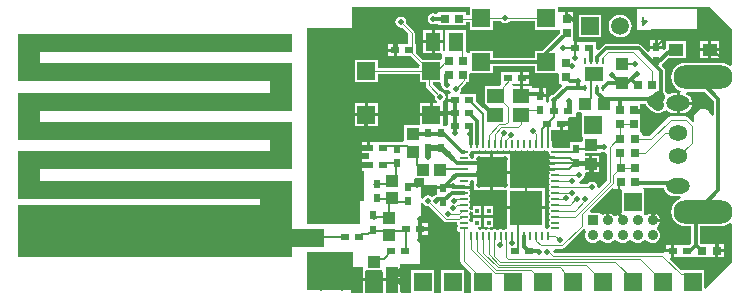
<source format=gbl>
G04 Layer_Physical_Order=4*
G04 Layer_Color=16711680*
%FSLAX25Y25*%
%MOIN*%
G70*
G01*
G75*
%ADD12C,0.00492*%
%ADD13C,0.01181*%
%ADD14C,0.03937*%
%ADD15C,0.00591*%
%ADD17R,0.05906X0.05906*%
%ADD18C,0.03543*%
%ADD19R,0.03543X0.03543*%
%ADD20C,0.05906*%
%ADD21O,0.19685X0.07874*%
%ADD22C,0.00394*%
%ADD23O,0.07874X0.05118*%
%ADD24O,0.06299X0.05118*%
%ADD25C,0.01969*%
%ADD26C,0.03150*%
%ADD43R,0.03150X0.02362*%
%ADD44R,0.03150X0.02756*%
%ADD45R,0.02756X0.03150*%
%ADD46R,0.05118X0.05906*%
%ADD47R,0.02362X0.03150*%
%ADD48R,0.05906X0.05906*%
%ADD49R,0.03937X0.03937*%
%ADD50R,0.03937X0.03937*%
%ADD51R,0.05512X0.04724*%
%ADD52R,0.10906X0.11417*%
%ADD53O,0.02835X0.00984*%
%ADD54O,0.00984X0.02835*%
%ADD55R,0.10315X0.10315*%
%ADD56R,0.01378X0.01378*%
%ADD57R,0.03937X0.04331*%
%ADD58R,0.04331X0.03937*%
%ADD59R,0.00984X0.01969*%
%ADD60R,0.05906X0.04724*%
%ADD61R,0.04921X0.04134*%
%ADD62R,0.04134X0.08661*%
%ADD63R,0.03937X0.04134*%
%ADD64C,0.01969*%
%ADD65C,0.01575*%
%ADD66C,0.00610*%
%ADD67C,0.00787*%
%ADD68R,0.91339X0.05906*%
%ADD69R,0.91339X0.17323*%
%ADD70R,0.14055X0.06299*%
%ADD71R,0.07441X0.06000*%
%ADD72R,0.07441X0.05500*%
%ADD73R,0.10630X0.05000*%
%ADD74R,0.07441X0.07000*%
%ADD75R,0.07441X0.06500*%
%ADD76R,0.15605X0.65818*%
%ADD77R,0.15605X0.12586*%
G36*
X152025Y37199D02*
X152717Y37062D01*
X152785Y37075D01*
X153572Y36434D01*
Y27616D01*
X151177Y25221D01*
X150695Y25396D01*
X150413Y25570D01*
X150291Y26183D01*
X149899Y26769D01*
X149313Y27161D01*
X148622Y27299D01*
X147931Y27161D01*
X147345Y26769D01*
X147205Y26560D01*
X144857D01*
X144406Y27331D01*
X144598Y27644D01*
X145142Y27753D01*
X145729Y28144D01*
X146120Y28730D01*
X146258Y29422D01*
X146214Y29640D01*
X146784Y30428D01*
X147868D01*
Y33184D01*
Y35940D01*
X146494D01*
X146266Y36333D01*
X146494Y36727D01*
X151116D01*
Y36924D01*
X151903Y37281D01*
X152025Y37199D01*
D02*
G37*
G36*
X92848Y26097D02*
X97179D01*
Y25802D01*
X99147D01*
Y24818D01*
X97179D01*
Y22955D01*
X97121D01*
X96583Y22848D01*
X96127Y22543D01*
X96105Y22521D01*
X95348Y22237D01*
X94762Y22628D01*
X94070Y22766D01*
X93379Y22628D01*
X92793Y22237D01*
X92421Y21680D01*
X92362Y21668D01*
X91634Y21845D01*
Y25689D01*
X89272D01*
Y27686D01*
X89288Y28062D01*
X89890Y28459D01*
X92848D01*
Y26097D01*
D02*
G37*
G36*
X156102Y24803D02*
Y24803D01*
X156102Y24803D01*
X158037D01*
X158661Y24409D01*
Y16929D01*
X158661Y16929D01*
X158230Y16863D01*
X157956Y16750D01*
X157607Y16605D01*
X157072Y16195D01*
X156872Y15934D01*
X156718Y15877D01*
X156078D01*
X155923Y15934D01*
X155723Y16195D01*
X155188Y16605D01*
X154566Y16863D01*
X154390Y16886D01*
Y14370D01*
X153405D01*
Y16886D01*
X153230Y16863D01*
X152607Y16605D01*
X152244Y16327D01*
X151665Y16515D01*
X151457Y16680D01*
Y16929D01*
X148287D01*
X147985Y17657D01*
X155416Y25087D01*
X156102Y24803D01*
D02*
G37*
G36*
X195437Y78298D02*
Y66136D01*
X194649Y65748D01*
X194017Y66233D01*
X192867Y66709D01*
X191634Y66872D01*
X179823D01*
X178589Y66709D01*
X177440Y66233D01*
X176453Y65476D01*
X175696Y64489D01*
X175220Y63340D01*
X175058Y62106D01*
X175220Y60873D01*
X175696Y59724D01*
X176453Y58737D01*
X177440Y57980D01*
X178338Y57608D01*
X178182Y56820D01*
X177953D01*
Y53937D01*
X182149D01*
X182099Y54318D01*
X181762Y55133D01*
X181225Y55832D01*
X180526Y56368D01*
X180078Y56554D01*
X180235Y57341D01*
X186341D01*
X189343Y54339D01*
Y49471D01*
X188605Y49294D01*
X188308Y50013D01*
X187834Y50630D01*
X187217Y51103D01*
X186499Y51400D01*
X185728Y51502D01*
X184958Y51400D01*
X184239Y51103D01*
X183622Y50630D01*
X183149Y50013D01*
X182852Y49294D01*
X182750Y48524D01*
X182852Y47753D01*
X182886Y47671D01*
X182218Y47225D01*
X180666Y48777D01*
X180324Y49005D01*
X179921Y49085D01*
X179921Y49085D01*
X174902D01*
X174902Y49085D01*
X174498Y49005D01*
X174156Y48777D01*
X174156Y48777D01*
X167969Y42589D01*
X165813D01*
X165256Y43146D01*
X165256Y43701D01*
X164862Y44325D01*
X164862Y44488D01*
Y48819D01*
X164862D01*
Y48819D01*
X164862Y48819D01*
Y50689D01*
X162697D01*
Y51673D01*
X164862D01*
Y53320D01*
X166629D01*
X166786Y52941D01*
X167227Y52365D01*
X168704Y50889D01*
X169279Y50447D01*
X169950Y50169D01*
X170669Y50075D01*
X171389Y50169D01*
X172059Y50447D01*
X172635Y50889D01*
X172734Y51018D01*
X173688Y51058D01*
X173717Y51042D01*
X174395Y50522D01*
X175209Y50185D01*
X176083Y50069D01*
X176969D01*
Y53445D01*
Y56820D01*
X176083D01*
X175209Y56705D01*
X174610Y56457D01*
X174543Y56447D01*
X173958Y56617D01*
X173652Y56790D01*
X173563Y57006D01*
X173157Y57535D01*
Y64173D01*
X173050Y64711D01*
X172745Y65167D01*
X172146Y65766D01*
Y66419D01*
X174133Y68405D01*
X179921D01*
Y74114D01*
X173425D01*
Y71672D01*
X172873Y71120D01*
X172146Y71421D01*
Y71653D01*
X168209D01*
Y70817D01*
X167421Y70491D01*
X165216Y72696D01*
X164760Y73001D01*
X164222Y73108D01*
X153387D01*
X152849Y73001D01*
X152393Y72696D01*
X150924Y71227D01*
X150197Y71529D01*
Y73721D01*
X143602D01*
Y71752D01*
X142618D01*
Y73846D01*
X142385Y74389D01*
X142385Y74508D01*
Y78326D01*
X142385Y79114D01*
X142385Y79901D01*
Y80984D01*
X140220D01*
Y81476D01*
X139728D01*
Y83838D01*
X138056D01*
X137269Y83842D01*
X137269Y85514D01*
X137991Y85673D01*
X188061D01*
X195437Y78298D01*
D02*
G37*
G36*
X129789Y63467D02*
X137008D01*
X137269Y63467D01*
X137795Y62898D01*
Y59941D01*
X138501D01*
X138828Y59153D01*
X135930Y56256D01*
X135464Y56163D01*
X134878Y55772D01*
X134486Y55186D01*
X134349Y54494D01*
X134430Y54087D01*
X134028Y53395D01*
X134012Y53382D01*
X133399Y53986D01*
Y55526D01*
X131431D01*
Y56018D01*
X130939D01*
Y58381D01*
X129498D01*
X129462Y58381D01*
X128710Y58466D01*
Y59139D01*
X125659D01*
Y55990D01*
X124675D01*
Y59139D01*
X122585D01*
X122120Y59927D01*
X122173Y60023D01*
X124870D01*
Y61992D01*
Y63960D01*
X118276D01*
Y60023D01*
X118276Y60023D01*
X118090Y59409D01*
X118037Y59139D01*
X112962D01*
Y52022D01*
X112235Y51721D01*
X110171Y53785D01*
Y56412D01*
X104926D01*
X104725Y56723D01*
X104583Y57200D01*
X104891Y57660D01*
X105028Y58351D01*
X104975Y58615D01*
X106722Y60361D01*
X106722Y60361D01*
X106825Y60515D01*
X107847D01*
Y62799D01*
X108135Y63467D01*
X108634Y63467D01*
X115615D01*
Y65802D01*
X129789D01*
Y63467D01*
D02*
G37*
G36*
X145374Y49902D02*
X145374Y49803D01*
Y42931D01*
X145374Y42421D01*
X145604Y41729D01*
Y41288D01*
X145210Y40664D01*
X141273D01*
Y38522D01*
X137896D01*
X137895Y38523D01*
X137395Y38622D01*
X136047D01*
X135483Y38810D01*
X135294Y39375D01*
Y40723D01*
X135195Y41222D01*
X135194Y41224D01*
Y44601D01*
X138025D01*
Y46570D01*
X138517D01*
Y47062D01*
X140880D01*
Y48538D01*
X141504Y48932D01*
X143242D01*
Y49993D01*
X143701Y50591D01*
X144029Y50591D01*
X145136D01*
X145374Y49902D01*
D02*
G37*
G36*
X133491Y37668D02*
X133990Y37568D01*
X134240Y37318D01*
X134340Y36818D01*
X134623Y36395D01*
Y36272D01*
X134340Y35848D01*
X134338Y35841D01*
X136470D01*
Y34857D01*
X134338D01*
X134340Y34850D01*
X134623Y34427D01*
Y34303D01*
X134340Y33880D01*
X134338Y33873D01*
X136470D01*
Y32888D01*
X134338D01*
X134340Y32881D01*
X134623Y32458D01*
Y32335D01*
X134340Y31911D01*
X134338Y31904D01*
X136470D01*
Y30920D01*
X134338D01*
X134340Y30913D01*
X134623Y30490D01*
Y30366D01*
X134340Y29943D01*
X134240Y29444D01*
X134340Y28944D01*
X134623Y28521D01*
Y28398D01*
X134340Y27974D01*
X134240Y27475D01*
X134340Y26976D01*
X134623Y26553D01*
Y26429D01*
X134340Y26006D01*
X134240Y25507D01*
X134340Y25007D01*
X134623Y24584D01*
Y24461D01*
X134340Y24037D01*
X134240Y23538D01*
X134340Y23039D01*
X134623Y22616D01*
Y22492D01*
X134340Y22069D01*
X134240Y21570D01*
X134340Y21070D01*
X134623Y20647D01*
Y20524D01*
X134340Y20100D01*
X134240Y19601D01*
X134340Y19102D01*
X134623Y18679D01*
Y18555D01*
X134340Y18132D01*
X134240Y17633D01*
X134340Y17133D01*
X134623Y16710D01*
Y16587D01*
X134340Y16163D01*
X134240Y15664D01*
X134340Y15165D01*
X134623Y14742D01*
Y14618D01*
X134340Y14195D01*
X134240Y13696D01*
X134340Y13196D01*
X134623Y12773D01*
Y12650D01*
X134340Y12226D01*
X134240Y11727D01*
X133507Y11380D01*
X133491Y11377D01*
X133437Y11342D01*
X133257Y11424D01*
X132947Y12121D01*
X132947Y12121D01*
Y18125D01*
X120466D01*
Y12229D01*
X120342Y11863D01*
X120150Y11464D01*
X119711Y11377D01*
X119288Y11095D01*
X119164D01*
X118741Y11377D01*
X118242Y11477D01*
X117743Y11377D01*
X117319Y11095D01*
X117196D01*
X116773Y11377D01*
X116273Y11477D01*
X115774Y11377D01*
X115351Y11095D01*
X115227D01*
X114820Y11366D01*
X114804Y11377D01*
X114804Y11377D01*
X114531Y11441D01*
X114607Y12219D01*
X115781D01*
Y15172D01*
X112829D01*
Y12219D01*
X114002D01*
X114079Y11441D01*
X113806Y11377D01*
X113806Y11377D01*
X113789Y11366D01*
X113382Y11095D01*
X113259D01*
X112836Y11377D01*
X112336Y11477D01*
X111837Y11377D01*
X111414Y11095D01*
X111290D01*
X110867Y11377D01*
X110593Y11432D01*
X110670Y12219D01*
X111844D01*
Y15172D01*
X108891D01*
Y13998D01*
X108104Y13920D01*
X108049Y14195D01*
X107767Y14618D01*
Y14742D01*
X108049Y15165D01*
X108149Y15664D01*
X108049Y16163D01*
X107767Y16587D01*
Y16710D01*
X108039Y17117D01*
X108049Y17133D01*
X108049Y17133D01*
X108113Y17407D01*
X108891Y17330D01*
Y16156D01*
X111844D01*
Y19109D01*
X108891D01*
Y17935D01*
X108113Y17858D01*
X108049Y18132D01*
X108049Y18132D01*
X108039Y18148D01*
X107767Y18555D01*
Y18679D01*
X108049Y19102D01*
X108149Y19601D01*
X108049Y20100D01*
X107767Y20524D01*
Y20647D01*
X108049Y21070D01*
X108149Y21570D01*
X108049Y22069D01*
X107767Y22492D01*
Y22616D01*
X108049Y23039D01*
X108149Y23538D01*
X108049Y24037D01*
X107767Y24461D01*
Y24584D01*
X108049Y25007D01*
X108051Y25014D01*
X105919D01*
Y25999D01*
X108051D01*
X108049Y26006D01*
X107767Y26429D01*
Y26553D01*
X108049Y26976D01*
X108149Y27475D01*
X108127Y27582D01*
X108564Y27884D01*
X109344Y27520D01*
Y24483D01*
X114797D01*
Y30428D01*
Y36373D01*
X109344D01*
Y35304D01*
X108564Y34940D01*
X108127Y35242D01*
X108149Y35349D01*
X108049Y35848D01*
X107767Y36272D01*
Y36395D01*
X108049Y36818D01*
X108053Y36834D01*
X108319Y37398D01*
X108883Y37664D01*
X108899Y37668D01*
X109322Y37950D01*
X109445D01*
X109869Y37668D01*
X110368Y37568D01*
X110867Y37668D01*
X111290Y37950D01*
X111414D01*
X111837Y37668D01*
X112336Y37568D01*
X112836Y37668D01*
X113259Y37950D01*
X113382D01*
X113806Y37668D01*
X114305Y37568D01*
X114804Y37668D01*
X115227Y37950D01*
X115351D01*
X115774Y37668D01*
X116273Y37568D01*
X116773Y37668D01*
X117196Y37950D01*
X117319D01*
X117743Y37668D01*
X118242Y37568D01*
X118741Y37668D01*
X119164Y37950D01*
X119288D01*
X119711Y37668D01*
X120210Y37568D01*
X120710Y37668D01*
X121133Y37950D01*
X121256D01*
X121680Y37668D01*
X122179Y37568D01*
X122678Y37668D01*
X123101Y37950D01*
X123225D01*
X123648Y37668D01*
X124147Y37568D01*
X124647Y37668D01*
X125070Y37950D01*
X125193D01*
X125617Y37668D01*
X126116Y37568D01*
X126615Y37668D01*
X127038Y37950D01*
X127162D01*
X127585Y37668D01*
X128084Y37568D01*
X128584Y37668D01*
X129007Y37950D01*
X129130D01*
X129554Y37668D01*
X130053Y37568D01*
X130552Y37668D01*
X130975Y37950D01*
X131099D01*
X131522Y37668D01*
X132021Y37568D01*
X132521Y37668D01*
X132944Y37950D01*
X133067D01*
X133491Y37668D01*
D02*
G37*
G36*
X108135Y85514D02*
X108135Y84886D01*
Y82726D01*
X106864D01*
Y83837D01*
X102927D01*
X102139Y83837D01*
X101352Y83837D01*
X97415D01*
Y83412D01*
X96627Y83113D01*
X96434Y83242D01*
X95743Y83380D01*
X95052Y83242D01*
X94466Y82851D01*
X94074Y82265D01*
X93937Y81574D01*
X94074Y80882D01*
X94466Y80296D01*
X95052Y79905D01*
X95743Y79767D01*
X96434Y79905D01*
X96627Y80034D01*
X97415Y79735D01*
Y79507D01*
X101352D01*
X102139Y79507D01*
X102927Y79507D01*
X106864D01*
Y80618D01*
X108135D01*
Y78034D01*
X115615D01*
Y80720D01*
X118488D01*
X118574Y80591D01*
X119160Y80200D01*
X119851Y80062D01*
X120543Y80200D01*
X121128Y80591D01*
X121215Y80720D01*
X129789D01*
Y78034D01*
X137267D01*
X138055Y78030D01*
Y76573D01*
X132535Y71054D01*
X132464Y70947D01*
X129789D01*
Y68612D01*
X115615D01*
Y70947D01*
X108135D01*
Y70632D01*
X107969Y70246D01*
X107273Y70056D01*
X106569Y70507D01*
Y77737D01*
X99876D01*
Y71172D01*
X99482Y70948D01*
X99089Y71172D01*
Y73505D01*
X96234D01*
Y70257D01*
X98127D01*
X98793Y69964D01*
X98793Y69526D01*
Y68556D01*
X98236Y67999D01*
X92408D01*
X90158Y70249D01*
Y73130D01*
X89614D01*
Y76948D01*
X89614Y76948D01*
X89534Y77351D01*
X89306Y77693D01*
X89306Y77693D01*
X86772Y80228D01*
X86824Y80491D01*
X86686Y81182D01*
X86295Y81769D01*
X85709Y82160D01*
X85018Y82298D01*
X84326Y82160D01*
X83740Y81769D01*
X83349Y81182D01*
X83211Y80491D01*
X83349Y79800D01*
X83740Y79214D01*
X84326Y78822D01*
X85018Y78685D01*
X85281Y78737D01*
X87507Y76512D01*
Y73130D01*
X83563D01*
Y71161D01*
Y69193D01*
X88234D01*
X91326Y66100D01*
X91204Y65313D01*
X77239D01*
Y67999D01*
X69759D01*
Y60519D01*
X77239D01*
Y63205D01*
X91413D01*
Y60519D01*
X93312D01*
Y59434D01*
X93312Y59434D01*
X93392Y59030D01*
X93621Y58688D01*
X96351Y55958D01*
X96298Y55694D01*
X96436Y55003D01*
X96828Y54417D01*
X97123Y54220D01*
X96884Y53432D01*
X95645D01*
Y50184D01*
X98893D01*
Y53242D01*
X98893Y53432D01*
X99012Y54170D01*
X99382Y54417D01*
X99774Y55003D01*
X99911Y55694D01*
X99774Y56386D01*
X99382Y56972D01*
X98796Y57363D01*
X98105Y57501D01*
X97841Y57448D01*
X95558Y59731D01*
X95754Y60519D01*
X97918D01*
X97926Y60515D01*
X98503Y59731D01*
X98463Y59532D01*
X98601Y58841D01*
X98992Y58255D01*
X99578Y57863D01*
X100270Y57726D01*
X100719Y57815D01*
X101331Y57701D01*
X101690Y57128D01*
X101316Y56412D01*
X100722D01*
Y54936D01*
X103084D01*
Y53952D01*
X100722D01*
Y52869D01*
X100722Y52475D01*
X100722D01*
X100722Y52081D01*
X100722Y52081D01*
Y50605D01*
X103084D01*
Y49621D01*
X100722D01*
Y48538D01*
X100722Y48144D01*
X100722D01*
X100722Y47751D01*
X100722Y47751D01*
Y46406D01*
X100329Y45782D01*
X99610D01*
X98893Y45952D01*
Y49200D01*
X91413D01*
Y46634D01*
X91413Y46176D01*
X90972Y46176D01*
X86155D01*
Y41260D01*
X85728Y40650D01*
X85525Y40650D01*
X81791D01*
X81791Y40650D01*
X81431Y40664D01*
Y40664D01*
X81010Y40664D01*
X76706D01*
Y40664D01*
X76706D01*
X76706Y40664D01*
X74836D01*
Y38696D01*
X74344D01*
Y38203D01*
X71982D01*
Y36727D01*
X74311D01*
Y34941D01*
X71949D01*
Y31004D01*
X72736D01*
Y27589D01*
X72684Y27462D01*
X72565Y26560D01*
X72684Y25658D01*
X72736Y25532D01*
Y20768D01*
X71457D01*
Y13285D01*
X68799D01*
Y85673D01*
X107413D01*
X108135Y85514D01*
D02*
G37*
G36*
X172822Y25012D02*
X173160Y24198D01*
X173696Y23499D01*
X174395Y22963D01*
X175209Y22625D01*
X176083Y22511D01*
X178182D01*
X178338Y21723D01*
X177440Y21351D01*
X176453Y20594D01*
X175696Y19607D01*
X175220Y18458D01*
X175058Y17224D01*
X175220Y15991D01*
X175696Y14842D01*
X176453Y13855D01*
X177440Y13098D01*
X178589Y12622D01*
X179823Y12459D01*
X181863D01*
Y6783D01*
X181379Y6299D01*
X176083D01*
Y4331D01*
Y2362D01*
X182463D01*
X183169Y2165D01*
X183169Y2165D01*
X183169Y2165D01*
X187106D01*
X187894Y2165D01*
X188681Y2165D01*
X189764D01*
Y4331D01*
Y6496D01*
X188681D01*
X187894Y6496D01*
X187106Y6496D01*
X184959D01*
X184673Y6783D01*
Y12459D01*
X191634D01*
X192867Y12622D01*
X194017Y13098D01*
X194649Y13583D01*
X195437Y13195D01*
Y442D01*
X186692Y-8302D01*
X185965Y-8001D01*
Y-2224D01*
X178518D01*
X174659Y1635D01*
X174960Y2362D01*
X175098D01*
Y3839D01*
X172850D01*
X172724Y3745D01*
X172516Y3646D01*
X172441Y3645D01*
X172155Y3701D01*
X172155Y3701D01*
X136199D01*
X135732Y4346D01*
X136221Y4997D01*
X138670D01*
X138670Y4997D01*
X139074Y5078D01*
X139415Y5306D01*
X145659Y11550D01*
X146030Y11692D01*
X146364Y11531D01*
X146662Y10661D01*
X146405Y10038D01*
X146317Y9370D01*
X146405Y8702D01*
X146662Y8079D01*
X147073Y7545D01*
X147607Y7135D01*
X148230Y6877D01*
X148898Y6789D01*
X149566Y6877D01*
X150188Y7135D01*
X150723Y7545D01*
X150923Y7806D01*
X151078Y7863D01*
X151717D01*
X151872Y7806D01*
X152073Y7545D01*
X152607Y7135D01*
X153230Y6877D01*
X153898Y6789D01*
X154566Y6877D01*
X155188Y7135D01*
X155723Y7545D01*
X155923Y7806D01*
X156078Y7863D01*
X156718D01*
X156872Y7806D01*
X157072Y7545D01*
X157607Y7135D01*
X158230Y6877D01*
X158898Y6789D01*
X159566Y6877D01*
X160188Y7135D01*
X160723Y7545D01*
X160923Y7806D01*
X161078Y7863D01*
X161717D01*
X161872Y7806D01*
X162073Y7545D01*
X162607Y7135D01*
X163230Y6877D01*
X163898Y6789D01*
X164566Y6877D01*
X165188Y7135D01*
X165723Y7545D01*
X165923Y7806D01*
X166078Y7863D01*
X166718D01*
X166872Y7806D01*
X167072Y7545D01*
X167607Y7135D01*
X168230Y6877D01*
X168898Y6789D01*
X169566Y6877D01*
X170188Y7135D01*
X170723Y7545D01*
X171133Y8079D01*
X171391Y8702D01*
X171479Y9370D01*
X171391Y10038D01*
X171133Y10661D01*
X170723Y11195D01*
X170461Y11396D01*
X170404Y11550D01*
Y12190D01*
X170461Y12344D01*
X170723Y12545D01*
X171133Y13080D01*
X171391Y13702D01*
X171414Y13878D01*
X168898D01*
Y14370D01*
X168405D01*
Y16886D01*
X168230Y16863D01*
X167607Y16605D01*
X167072Y16195D01*
X166538Y16104D01*
X166175Y16144D01*
X166170Y16153D01*
X166142Y16929D01*
X166142D01*
Y24409D01*
X166142D01*
X165679Y25154D01*
X165740Y25367D01*
X172776D01*
X172822Y25012D01*
D02*
G37*
G36*
X92421Y20238D02*
X92793Y19682D01*
X93379Y19290D01*
X94070Y19153D01*
X94215Y19182D01*
X99280Y14117D01*
X99280Y14117D01*
X99621Y13889D01*
X100025Y13808D01*
X103597D01*
X103689Y13696D01*
X103789Y13196D01*
X104071Y12773D01*
Y12650D01*
X103789Y12226D01*
X103689Y11727D01*
X103789Y11228D01*
X104071Y10805D01*
X104495Y10522D01*
X104865Y10448D01*
Y833D01*
X104865Y833D01*
X104946Y430D01*
X105174Y88D01*
X108484Y-3223D01*
Y-9705D01*
X107698Y-9708D01*
X106751D01*
X105965Y-9705D01*
X105965Y-8921D01*
Y-2224D01*
X98484D01*
Y-8921D01*
X98484Y-9705D01*
X97698Y-9708D01*
X96750D01*
X95965Y-9705D01*
X95965Y-8921D01*
Y-2224D01*
X88484D01*
Y-8921D01*
X88484Y-9705D01*
X87698Y-9708D01*
X85301D01*
X84744Y-9151D01*
Y-5906D01*
X79035D01*
Y-9708D01*
X73130D01*
Y-5906D01*
X70276D01*
Y-4921D01*
X73130D01*
Y-2970D01*
X73327Y-2264D01*
X78839D01*
X79035Y-2970D01*
Y-4921D01*
X84744D01*
Y-295D01*
X85491Y-198D01*
X91219D01*
Y7087D01*
X91535D01*
Y9449D01*
X93898D01*
Y13386D01*
X91535D01*
Y15748D01*
X91536Y15748D01*
X91634Y16240D01*
X91634Y16240D01*
X91634Y16495D01*
Y20074D01*
X92362Y20251D01*
X92421Y20238D01*
D02*
G37*
%LPC*%
G36*
X77239Y49200D02*
X73991D01*
Y45952D01*
X77239D01*
Y49200D01*
D02*
G37*
G36*
X192618Y3839D02*
X190748D01*
Y2165D01*
X192618D01*
Y3839D01*
D02*
G37*
G36*
X175098Y6299D02*
X173228D01*
Y4823D01*
X175098D01*
Y6299D01*
D02*
G37*
G36*
X140880Y46077D02*
X139010D01*
Y44601D01*
X140880D01*
Y46077D01*
D02*
G37*
G36*
X73007Y49200D02*
X69759D01*
Y45952D01*
X73007D01*
Y49200D01*
D02*
G37*
G36*
X73852Y40664D02*
X71982D01*
Y39188D01*
X73852D01*
Y40664D01*
D02*
G37*
G36*
X121234Y29936D02*
X115781D01*
Y24483D01*
X120466D01*
Y19109D01*
X126214D01*
Y25113D01*
X121234D01*
Y29936D01*
D02*
G37*
G36*
X132947Y25113D02*
X127199D01*
Y19109D01*
X132947D01*
Y25113D01*
D02*
G37*
G36*
X169390Y16886D02*
Y14862D01*
X171414D01*
X171391Y15038D01*
X171133Y15661D01*
X170723Y16195D01*
X170188Y16605D01*
X169566Y16863D01*
X169390Y16886D01*
D02*
G37*
G36*
X115781Y19109D02*
X112829D01*
Y16156D01*
X115781D01*
Y19109D01*
D02*
G37*
G36*
X121234Y36373D02*
X115781D01*
Y30920D01*
X121234D01*
Y36373D01*
D02*
G37*
G36*
X151116Y35940D02*
X148852D01*
Y33676D01*
X151116D01*
Y35940D01*
D02*
G37*
G36*
X190748Y6496D02*
Y4823D01*
X192618D01*
Y6496D01*
X190748D01*
D02*
G37*
G36*
X151116Y32692D02*
X148852D01*
Y30428D01*
X151116D01*
Y32692D01*
D02*
G37*
G36*
X182149Y52953D02*
X177953D01*
Y50069D01*
X178839D01*
X179712Y50185D01*
X180526Y50522D01*
X181225Y51058D01*
X181762Y51757D01*
X182099Y52571D01*
X182149Y52953D01*
D02*
G37*
G36*
X172146Y74508D02*
X170669D01*
Y72638D01*
X172146D01*
Y74508D01*
D02*
G37*
G36*
X95250Y77737D02*
X92396D01*
Y74489D01*
X95250D01*
Y77737D01*
D02*
G37*
G36*
X169685Y74508D02*
X168209D01*
Y72638D01*
X169685D01*
Y74508D01*
D02*
G37*
G36*
X187402Y74114D02*
X184646D01*
Y71752D01*
X187402D01*
Y74114D01*
D02*
G37*
G36*
X191142D02*
X188386D01*
Y71752D01*
X191142D01*
Y74114D01*
D02*
G37*
G36*
X163579Y84883D02*
Y78645D01*
X163579Y78190D01*
X163908Y77994D01*
X163908Y77994D01*
X164286Y77994D01*
X168500D01*
Y78190D01*
X183658Y78190D01*
Y84883D01*
X163579Y84883D01*
D02*
G37*
G36*
X140712Y83838D02*
Y81968D01*
X142385D01*
Y83838D01*
X140712D01*
D02*
G37*
G36*
X151869Y82952D02*
X144389D01*
Y75472D01*
X151869D01*
Y82952D01*
D02*
G37*
G36*
X99089Y77737D02*
X96234D01*
Y74489D01*
X99089D01*
Y77737D01*
D02*
G37*
G36*
X158129Y82984D02*
X157152Y82856D01*
X156243Y82479D01*
X155461Y81880D01*
X154862Y81098D01*
X154485Y80188D01*
X154356Y79212D01*
X154485Y78236D01*
X154862Y77326D01*
X155461Y76544D01*
X156243Y75945D01*
X157152Y75568D01*
X158129Y75440D01*
X159105Y75568D01*
X160015Y75945D01*
X160796Y76544D01*
X161396Y77326D01*
X161773Y78236D01*
X161901Y79212D01*
X161773Y80188D01*
X161396Y81098D01*
X160796Y81880D01*
X160015Y82479D01*
X159105Y82856D01*
X158129Y82984D01*
D02*
G37*
G36*
X82579Y73130D02*
X80709D01*
Y71653D01*
X82579D01*
Y73130D01*
D02*
G37*
G36*
X131923Y58381D02*
Y56511D01*
X133399D01*
Y58381D01*
X131923D01*
D02*
G37*
G36*
X127724Y61500D02*
X125854D01*
Y60023D01*
X127724D01*
Y61500D01*
D02*
G37*
G36*
X94661Y53432D02*
X91413D01*
Y50184D01*
X94661D01*
Y53432D01*
D02*
G37*
G36*
X73007Y53432D02*
X69759D01*
Y50184D01*
X73007D01*
Y53432D01*
D02*
G37*
G36*
X77239D02*
X73991D01*
Y50184D01*
X77239D01*
Y53432D01*
D02*
G37*
G36*
X82579Y70669D02*
X80709D01*
Y69193D01*
X82579D01*
Y70669D01*
D02*
G37*
G36*
X95250Y73505D02*
X92396D01*
Y70257D01*
X95250D01*
Y73505D01*
D02*
G37*
G36*
X191142Y70768D02*
X188386D01*
Y68405D01*
X191142D01*
Y70768D01*
D02*
G37*
G36*
X127724Y63960D02*
X125854D01*
Y62484D01*
X127724D01*
Y63960D01*
D02*
G37*
G36*
X187402Y70768D02*
X184646D01*
Y68405D01*
X187402D01*
Y70768D01*
D02*
G37*
%LPD*%
D12*
X154626Y27179D02*
Y38878D01*
X144291Y16845D02*
X154626Y27179D01*
X144291Y16746D02*
Y16845D01*
X143209Y15664D02*
X144291Y16746D01*
X155709Y26870D02*
Y29429D01*
X145276Y16437D02*
X155709Y26870D01*
X145276Y12656D02*
Y16437D01*
X138670Y6051D02*
X145276Y12656D01*
X133858Y4035D02*
X134252D01*
X135640Y2648D01*
X131547Y6051D02*
X138670D01*
X179705Y-3445D02*
X182224Y-5965D01*
X178248Y-3445D02*
X179705D01*
X172155Y2648D02*
X178248Y-3445D01*
X135640Y2648D02*
X172155D01*
X122179Y6825D02*
Y9247D01*
X120210Y2067D02*
Y9247D01*
Y2067D02*
X120614Y1663D01*
X164596D02*
X172224Y-5965D01*
X128533Y-2274D02*
X132224Y-5965D01*
X116875Y-2274D02*
X128533D01*
X137903Y-1289D02*
X139764Y-3150D01*
X117305Y-1289D02*
X137903D01*
X146565Y-305D02*
X152224Y-5965D01*
X117712Y-305D02*
X146565D01*
X156407Y679D02*
X162323Y-5236D01*
X118120Y679D02*
X156407D01*
X120614Y1663D02*
X164596D01*
X116507Y-3297D02*
X120750D01*
X114305Y3102D02*
X117712Y-305D01*
X112336Y3679D02*
X117305Y-1289D01*
X110368Y4233D02*
X116875Y-2274D01*
X116191Y2608D02*
X118120Y679D01*
X112336Y3679D02*
Y9247D01*
X114305Y3102D02*
Y9247D01*
X116191Y2608D02*
Y9164D01*
X108399Y4810D02*
X116507Y-3297D01*
X108399Y4810D02*
Y9247D01*
X110368Y4233D02*
Y9247D01*
X119505Y-5965D02*
X122224D01*
X116191Y9164D02*
X116273Y9247D01*
X105919Y833D02*
X112323Y-5571D01*
X105919Y833D02*
Y11727D01*
X100689Y16634D02*
X104224D01*
X105222Y17633D01*
X105919D01*
X94070Y20817D02*
X100025Y14862D01*
X94070Y20817D02*
Y20959D01*
X104420Y14862D02*
X105222Y15664D01*
X100025Y14862D02*
X104420D01*
X105222Y15664D02*
X105919D01*
X102397Y18348D02*
Y18406D01*
Y18348D02*
X102437Y18308D01*
X103730Y19601D02*
X105919D01*
X102437Y18308D02*
X103730Y19601D01*
X102559Y20866D02*
X103262Y21570D01*
X105919D01*
X88561Y70356D02*
Y76948D01*
X85018Y80491D02*
X88561Y76948D01*
X142006Y27475D02*
X142090Y27559D01*
X136470Y27475D02*
X142006D01*
X136470Y29444D02*
X144429D01*
X144451Y29422D01*
X95153Y64357D02*
X96927D01*
X94366Y59434D02*
Y64259D01*
X94658D02*
X95153D01*
X94366D02*
X94658D01*
X73499D02*
X94366D01*
X73499Y64259D02*
X73499Y64259D01*
X88561Y70356D02*
X94658Y64259D01*
X133529Y81774D02*
X133529Y81774D01*
X111875Y81774D02*
X133529D01*
X111773Y81672D02*
X111875Y81774D01*
X104501Y81672D02*
X111773D01*
X105288Y67109D02*
Y71931D01*
X103223Y73997D02*
X105288Y71931D01*
X94366Y59434D02*
X98105Y55694D01*
X96927Y64357D02*
X100171Y67601D01*
X103222Y58351D02*
X105977Y61106D01*
X120604Y47198D02*
Y52278D01*
X119851Y46445D02*
X120604Y47198D01*
X117723Y46445D02*
X119851D01*
X124023Y45461D02*
X125132Y46570D01*
X118492Y45461D02*
X124023D01*
X116273Y43242D02*
X118492Y45461D01*
X114305Y43026D02*
X117723Y46445D01*
X119064Y53818D02*
Y59006D01*
X121541Y61483D01*
X119064Y53818D02*
X120604Y52278D01*
X105977Y61106D02*
Y62385D01*
X130053Y7546D02*
X131547Y6051D01*
X136484Y9247D02*
X137957Y7774D01*
X136470Y15664D02*
X143209D01*
X133990Y9247D02*
X136484D01*
X136584Y23623D02*
X142133D01*
X136485Y23524D02*
X136584Y23623D01*
X141437Y19685D02*
X143799Y22047D01*
X146365Y21064D02*
Y21556D01*
X142920Y17618D02*
X146365Y21064D01*
X136485Y17618D02*
X142920D01*
X137569Y19685D02*
X141437D01*
X136470Y21570D02*
X140157D01*
X136470Y17633D02*
X136485Y17618D01*
X136470Y25507D02*
X148608D01*
X148622Y25492D01*
X136470Y23538D02*
X136485Y23524D01*
X137568Y19686D02*
X137569Y19685D01*
X154626Y38878D02*
X157480Y41732D01*
X118242Y39798D02*
Y42356D01*
X119291Y43406D01*
X162500Y70374D02*
X168602Y64272D01*
Y60138D02*
Y64272D01*
Y60138D02*
X169193Y59547D01*
X153937Y70374D02*
X162500D01*
X152362Y68799D02*
X153937Y70374D01*
X152362Y67618D02*
Y68799D01*
X158169Y31890D02*
X162795D01*
X158169Y36811D02*
X158169Y36811D01*
Y31890D02*
Y36811D01*
X118242Y5708D02*
Y9247D01*
X130053Y7546D02*
Y9247D01*
X136470Y27475D02*
X136485Y27461D01*
X116273Y39798D02*
Y43242D01*
X120210Y39798D02*
Y41175D01*
X121850Y42815D01*
X128937Y44291D02*
X130053Y43176D01*
Y39798D02*
Y43176D01*
X114305Y39798D02*
Y43026D01*
X125132Y46570D02*
Y50113D01*
X126313Y51294D02*
X131431D01*
X125132Y50113D02*
X126313Y51294D01*
X136485Y27461D02*
X136486Y27462D01*
X158071Y41634D02*
Y46457D01*
X162795D01*
X155709Y29429D02*
X158169Y31890D01*
X117913Y6036D02*
Y6168D01*
Y6036D02*
X118242Y5708D01*
X162894Y36811D02*
X166240D01*
X173031Y43602D01*
X177461D01*
Y35728D02*
X182087Y40354D01*
X179921Y48031D02*
X182087Y45866D01*
Y40354D02*
Y45866D01*
X162894Y41535D02*
X168405D01*
X174902Y48031D01*
X179921D01*
D13*
X99344Y25507D02*
X99626Y25789D01*
X102466D01*
X157382Y16831D02*
X158898Y15315D01*
Y14370D02*
Y15315D01*
X96727Y20762D02*
Y21156D01*
X97121Y21550D01*
X102002Y23440D02*
X105821D01*
X141203Y82459D02*
X142680Y80983D01*
Y81180D01*
X95153Y49692D02*
X95574Y50113D01*
X99443D01*
X73013Y45264D02*
X73499Y45750D01*
Y49692D01*
X140220Y81476D02*
X141203Y82459D01*
X99679Y81574D02*
X99777Y81672D01*
X95743Y81574D02*
X99679D01*
X111875Y67207D02*
X133529D01*
Y70060D01*
X140220Y76751D01*
X87789Y26174D02*
X90528D01*
X82461Y-4330D02*
X84921Y-6790D01*
X86198D01*
X83149Y-3641D02*
X86198D01*
X83149D02*
X85610Y-1181D01*
X86198D01*
X95347Y11417D02*
X95350Y11414D01*
X91535Y11417D02*
X95347D01*
X91414Y14957D02*
X91535Y14835D01*
Y11417D02*
Y14835D01*
X91217Y11099D02*
X91535Y11417D01*
X91217Y7774D02*
Y11099D01*
X100171Y59630D02*
X100270Y59532D01*
X100171Y59630D02*
Y62877D01*
X131561Y56186D02*
Y60713D01*
X129956Y62318D02*
X131561Y60713D01*
X125952Y62318D02*
X129956D01*
X131431Y56018D02*
X132074Y56860D01*
X111549Y53755D02*
X111586Y53791D01*
X99443Y50113D02*
X103084D01*
Y43518D02*
Y50113D01*
X97121Y21550D02*
X99021D01*
X99541Y21176D02*
X102002Y23440D01*
X127657Y4134D02*
X130674D01*
X131069Y3739D01*
X126116Y5675D02*
X127657Y4134D01*
X126116Y5675D02*
Y9247D01*
X180315Y4331D02*
X181398D01*
X183268Y6201D01*
X184547Y4921D01*
X183268Y6201D02*
Y17126D01*
X183563Y17224D02*
X190748Y24409D01*
X162992Y27165D02*
X163681D01*
X170472Y66732D02*
X175000Y71260D01*
X176673D01*
X190748Y24409D02*
Y54921D01*
X183563Y62106D02*
X190748Y54921D01*
X150394Y68710D02*
X153387Y71703D01*
X164222D01*
X150394Y67618D02*
Y68710D01*
X161811Y61516D02*
X163583Y63287D01*
X159744Y59449D02*
X161811Y61516D01*
X163779Y59547D01*
X164469D01*
X159055Y59449D02*
X159744D01*
X140224Y58563D02*
X144587D01*
X136155Y54494D02*
X140224Y58563D01*
X144587D02*
X146457D01*
X153937Y60138D02*
X158169D01*
X158957D01*
X155512Y62795D02*
X158169Y60138D01*
X147835Y71752D02*
X148425Y71161D01*
Y67618D02*
Y71161D01*
X150394Y56890D02*
X152559Y54724D01*
X150394Y56890D02*
Y58563D01*
X152362D02*
X153937Y60138D01*
X99344Y25507D02*
X103281Y29444D01*
X136155Y50900D02*
Y54494D01*
X105447Y37318D02*
X105919D01*
X99541Y43223D02*
X105447Y37318D01*
X103773Y33381D02*
X105919D01*
X103281Y29444D02*
X105919D01*
X99147Y25310D02*
X99344Y25507D01*
X112336Y33381D02*
X115289Y30428D01*
X114305Y29444D02*
X115289Y30428D01*
X105821Y23440D02*
X105919Y23538D01*
X107809Y45782D02*
X108399Y45192D01*
X103084Y50113D02*
X103084D01*
X103084D02*
Y54444D01*
X107809Y50113D02*
X110466Y47455D01*
X110368Y39798D02*
X110466Y39896D01*
Y47455D01*
X124344Y57200D02*
X125132Y56412D01*
X131037D01*
X131431Y56018D01*
X115191Y50113D02*
X116470D01*
X111549Y53755D02*
X115191Y50113D01*
X108399Y39798D02*
Y45192D01*
X102466Y25507D02*
X105919D01*
X101017Y36136D02*
X103773Y33381D01*
X105919Y29444D02*
X114305D01*
X105919Y33381D02*
X112336D01*
X143898Y59252D02*
X144587Y58563D01*
X143898Y59252D02*
Y61024D01*
X141240D02*
X143898D01*
X139961Y62303D02*
X141240Y61024D01*
X157972Y51181D02*
Y51378D01*
X157972Y51378D01*
Y54724D01*
X88911Y43223D02*
X99541D01*
X148975Y38868D02*
X152717D01*
X148360Y39483D02*
X148975Y38868D01*
X164222Y71703D02*
X171752Y64173D01*
X152559Y54724D02*
X157972D01*
X171752Y56988D02*
Y64173D01*
X157382Y16831D02*
Y19094D01*
X163386Y26772D02*
X176891D01*
X177657Y26005D01*
X170768Y56004D02*
X171752Y56988D01*
X157972Y54724D02*
X168898D01*
D14*
X169193Y54331D02*
X169870D01*
X169193D02*
X170669Y52854D01*
X169870Y54331D02*
X171155Y55616D01*
D15*
X165745Y82127D02*
Y79372D01*
X167123Y80749D01*
X165286D01*
D17*
X142224Y-5965D02*
D03*
X132224D02*
D03*
X162224D02*
D03*
X152224D02*
D03*
X122224D02*
D03*
X112224D02*
D03*
X102224D02*
D03*
X92224D02*
D03*
X162402Y20669D02*
D03*
X182224Y-5965D02*
D03*
X172224D02*
D03*
X149114Y46161D02*
D03*
X148129Y79212D02*
D03*
D18*
X168898Y14370D02*
D03*
X163898D02*
D03*
X158898D02*
D03*
X153898D02*
D03*
X148898Y9370D02*
D03*
X153898D02*
D03*
X158898D02*
D03*
X163898D02*
D03*
X168898D02*
D03*
D19*
X148898Y14370D02*
D03*
D20*
X158129Y79212D02*
D03*
D21*
X185728Y62106D02*
D03*
Y17224D02*
D03*
D22*
Y48524D02*
D03*
Y30807D02*
D03*
D23*
X177461Y25886D02*
D03*
Y53445D02*
D03*
D24*
Y35728D02*
D03*
Y43602D02*
D03*
D25*
X102466Y25789D02*
D03*
X133858Y4035D02*
D03*
X122146Y6791D02*
D03*
X103084Y43518D02*
D03*
X102397Y18406D02*
D03*
X100689Y16634D02*
D03*
X102559Y20866D02*
D03*
X96727Y20762D02*
D03*
X85018Y80491D02*
D03*
X141794Y46740D02*
D03*
X142188Y65731D02*
D03*
X142680Y81180D02*
D03*
X144451Y29422D02*
D03*
X142090Y27552D02*
D03*
X94070Y20959D02*
D03*
X73013Y45264D02*
D03*
X119851Y81869D02*
D03*
X95743Y81574D02*
D03*
X90528Y26174D02*
D03*
X86198Y-1181D02*
D03*
Y-3641D02*
D03*
Y-6790D02*
D03*
X91217Y7774D02*
D03*
X95350Y11414D02*
D03*
X91414Y14957D02*
D03*
X103222Y58351D02*
D03*
X100270Y59532D02*
D03*
X98105Y55694D02*
D03*
X131561Y60713D02*
D03*
X111586Y53791D02*
D03*
X99443Y50113D02*
D03*
X94029Y35546D02*
D03*
X83345Y74587D02*
D03*
X131069Y3739D02*
D03*
X137957Y7774D02*
D03*
X142133Y23623D02*
D03*
X143602Y21555D02*
D03*
X140157Y21752D02*
D03*
X146365Y21556D02*
D03*
X148622Y25492D02*
D03*
X148360Y28262D02*
D03*
X157382Y19094D02*
D03*
X157677Y24016D02*
D03*
X143110Y68602D02*
D03*
X69488Y32874D02*
D03*
X175591Y8366D02*
D03*
X190650Y7972D02*
D03*
X172933Y74705D02*
D03*
X192028Y68209D02*
D03*
X119291Y43406D02*
D03*
X121850Y42815D02*
D03*
X163189Y66535D02*
D03*
X155512Y62795D02*
D03*
X163583Y63287D02*
D03*
X169685Y17323D02*
D03*
X119620Y34759D02*
D03*
X115289D02*
D03*
X110958D02*
D03*
X119620Y30428D02*
D03*
X115289D02*
D03*
X110958Y30428D02*
D03*
X119620Y26097D02*
D03*
X115289D02*
D03*
X110958D02*
D03*
X131037Y22948D02*
D03*
X126706D02*
D03*
X122376D02*
D03*
X131037Y18617D02*
D03*
X126706D02*
D03*
X122376D02*
D03*
X131037Y14286D02*
D03*
X126706D02*
D03*
X122376D02*
D03*
X128937Y44291D02*
D03*
X136155Y54494D02*
D03*
X101903Y35251D02*
D03*
X102592Y28853D02*
D03*
X141077Y54050D02*
D03*
X152789Y33184D02*
D03*
X108006Y43125D02*
D03*
X143898Y61024D02*
D03*
X138976Y71752D02*
D03*
X151378Y63090D02*
D03*
X147441D02*
D03*
X117913Y6168D02*
D03*
X68799Y38780D02*
D03*
X152717Y38868D02*
D03*
X165453Y50098D02*
D03*
X168898Y54331D02*
D03*
X170669Y52854D02*
D03*
X171155Y55616D02*
D03*
X74344Y41648D02*
D03*
X100886Y1870D02*
D03*
D26*
X65339Y-477D02*
D03*
X58253D02*
D03*
Y-7563D02*
D03*
X65339D02*
D03*
Y18067D02*
D03*
X58253D02*
D03*
Y25153D02*
D03*
Y32240D02*
D03*
Y39327D02*
D03*
Y46413D02*
D03*
Y53500D02*
D03*
Y60586D02*
D03*
Y67673D02*
D03*
Y74760D02*
D03*
X65339Y25153D02*
D03*
Y32240D02*
D03*
Y39327D02*
D03*
Y46413D02*
D03*
Y53500D02*
D03*
Y60586D02*
D03*
Y67673D02*
D03*
Y74760D02*
D03*
D43*
X86494Y4133D02*
D03*
X81770D02*
D03*
X83071Y71161D02*
D03*
X87795D02*
D03*
X180315Y4331D02*
D03*
X175591D02*
D03*
X127657Y4134D02*
D03*
X122933D02*
D03*
X107809Y45782D02*
D03*
X103084D02*
D03*
X86811Y11417D02*
D03*
X91535D02*
D03*
X74311Y32972D02*
D03*
X79035D02*
D03*
X79069Y38696D02*
D03*
X74344D02*
D03*
X66321Y8954D02*
D03*
X71045D02*
D03*
X107809Y54444D02*
D03*
X103084D02*
D03*
X107809Y50113D02*
D03*
X103084D02*
D03*
X120638Y61992D02*
D03*
X125362D02*
D03*
X136155Y50900D02*
D03*
X140880D02*
D03*
X133793Y46570D02*
D03*
X138517D02*
D03*
X143110Y71752D02*
D03*
X147835D02*
D03*
D44*
X99777Y81672D02*
D03*
X104501D02*
D03*
X190256Y4331D02*
D03*
X185531D02*
D03*
X162894Y41535D02*
D03*
X158169D02*
D03*
X162894Y36811D02*
D03*
X158169D02*
D03*
X164075Y59547D02*
D03*
X168799D02*
D03*
D45*
X140220Y76751D02*
D03*
Y81476D02*
D03*
X105682Y67601D02*
D03*
Y62877D02*
D03*
X162697Y46457D02*
D03*
Y51181D02*
D03*
X157972Y51181D02*
D03*
Y46457D02*
D03*
X100958Y67601D02*
D03*
Y62877D02*
D03*
X139961Y67027D02*
D03*
Y62303D02*
D03*
X162992Y27165D02*
D03*
Y31890D02*
D03*
X158268Y31890D02*
D03*
Y27165D02*
D03*
D46*
X103223Y73997D02*
D03*
X95742D02*
D03*
D47*
X170177Y67421D02*
D03*
Y72146D02*
D03*
X87303Y20965D02*
D03*
Y25689D02*
D03*
X83760Y38287D02*
D03*
Y33563D02*
D03*
X75787Y16043D02*
D03*
Y11319D02*
D03*
X77067Y26575D02*
D03*
Y21850D02*
D03*
X94029Y43420D02*
D03*
Y38696D02*
D03*
X98360Y43420D02*
D03*
Y38696D02*
D03*
X99147Y20585D02*
D03*
Y25310D02*
D03*
X131431Y51294D02*
D03*
Y56018D02*
D03*
X143242Y38302D02*
D03*
Y33577D02*
D03*
D48*
X133529Y67207D02*
D03*
Y81774D02*
D03*
X111875Y67207D02*
D03*
X111875Y81774D02*
D03*
X95153Y49692D02*
D03*
Y64259D02*
D03*
X73499Y49692D02*
D03*
X73499Y64259D02*
D03*
D49*
X158563Y60138D02*
D03*
Y66437D02*
D03*
X148360Y33184D02*
D03*
Y39483D02*
D03*
X56292Y8437D02*
D03*
X61792Y21937D02*
D03*
Y-3563D02*
D03*
D50*
X152756Y53347D02*
D03*
X146457D02*
D03*
D51*
X116506Y49690D02*
D03*
X125167Y55990D02*
D03*
X125167Y49690D02*
D03*
X116506Y55990D02*
D03*
D52*
X126706Y18617D02*
D03*
D53*
X136470Y37318D02*
D03*
Y35349D02*
D03*
Y33381D02*
D03*
Y31412D02*
D03*
Y29444D02*
D03*
Y27475D02*
D03*
Y25507D02*
D03*
Y23538D02*
D03*
Y21570D02*
D03*
Y19601D02*
D03*
Y17633D02*
D03*
Y15664D02*
D03*
Y13696D02*
D03*
Y11727D02*
D03*
X105919D02*
D03*
Y13696D02*
D03*
Y15664D02*
D03*
Y17633D02*
D03*
Y19601D02*
D03*
Y21570D02*
D03*
Y23538D02*
D03*
Y25507D02*
D03*
Y27475D02*
D03*
Y29444D02*
D03*
Y31412D02*
D03*
Y33381D02*
D03*
Y35349D02*
D03*
Y37318D02*
D03*
D54*
X133990Y9247D02*
D03*
X132021D02*
D03*
X130053D02*
D03*
X128084D02*
D03*
X126116D02*
D03*
X124147D02*
D03*
X122179D02*
D03*
X120210D02*
D03*
X118242D02*
D03*
X116273D02*
D03*
X114305D02*
D03*
X112336D02*
D03*
X110368D02*
D03*
X108399D02*
D03*
Y39798D02*
D03*
X110368D02*
D03*
X112336D02*
D03*
X114305D02*
D03*
X116273D02*
D03*
X118242D02*
D03*
X120210D02*
D03*
X122179D02*
D03*
X124147D02*
D03*
X126116D02*
D03*
X128084D02*
D03*
X130053D02*
D03*
X132021D02*
D03*
X133990D02*
D03*
D55*
X115289Y30428D02*
D03*
D56*
X114305Y17633D02*
D03*
X110368D02*
D03*
X114305Y13696D02*
D03*
X110368D02*
D03*
D57*
X81168Y15340D02*
D03*
Y9434D02*
D03*
X82185Y27657D02*
D03*
Y21752D02*
D03*
X88911Y43223D02*
D03*
Y37318D02*
D03*
D58*
X98163Y31215D02*
D03*
X92258D02*
D03*
D59*
X152362Y58563D02*
D03*
X150394D02*
D03*
X148425D02*
D03*
X146457D02*
D03*
Y67618D02*
D03*
X148425Y67618D02*
D03*
X150394D02*
D03*
X152362D02*
D03*
D60*
X149409Y63090D02*
D03*
D61*
X187894Y71260D02*
D03*
X176673D02*
D03*
D62*
X70276Y-5413D02*
D03*
X81890D02*
D03*
D63*
X76083Y591D02*
D03*
D64*
X68814Y38696D02*
X73538D01*
X94029Y35546D02*
X94128Y35448D01*
X69587Y32972D02*
X74311D01*
X98458Y38696D02*
X101017Y36136D01*
X98360Y38696D02*
X98458D01*
X94029D02*
X98360D01*
X94029Y35546D02*
Y38696D01*
D65*
X83071Y71161D02*
Y74313D01*
X138517Y46570D02*
X138688Y46740D01*
X141794D01*
X148360Y28262D02*
Y33184D01*
X140880Y50900D02*
X141077Y51097D01*
Y54050D01*
X143242Y33577D02*
X147966D01*
X148360Y33184D01*
X152789D01*
D66*
X87303Y25689D02*
X87789Y26174D01*
X56292Y8437D02*
X56810Y8954D01*
X66321D01*
X76654Y1674D02*
X79311D01*
X81770Y4133D01*
X76542Y10714D02*
X86108D01*
X86494Y4133D02*
X86811Y4450D01*
Y11417D01*
X71635Y9742D02*
X74210D01*
X75787Y11319D01*
X75349Y11611D02*
X76050Y10911D01*
X69488Y32874D02*
X69587Y32972D01*
X81941Y20669D02*
X87008D01*
X83268Y33071D02*
X83760Y33563D01*
X83268Y29645D02*
Y33071D01*
X80183Y26560D02*
X83268Y29645D01*
X88911Y37318D02*
X90453Y35776D01*
Y33020D02*
Y35776D01*
Y33020D02*
X92258Y31215D01*
X79035Y32972D02*
X79626Y33563D01*
X83760D01*
X81168Y21639D02*
X81988Y20818D01*
X80858Y15650D02*
X81168Y15340D01*
X73538Y38696D02*
X74344D01*
X76246Y21639D02*
X81168D01*
Y15340D02*
Y21639D01*
X76050Y26560D02*
X80183D01*
X87139Y39089D02*
X88911Y37318D01*
X79462Y39089D02*
X87139D01*
X79069Y38696D02*
X79462Y39089D01*
X98360Y31412D02*
X105919D01*
X98163Y31215D02*
X98360Y31412D01*
X76050Y14749D02*
X76950Y15650D01*
X80858D01*
X86108Y10714D02*
X86811Y11417D01*
D67*
X141077Y31412D02*
X143045Y33381D01*
X136470Y31412D02*
X141077D01*
X157677Y26575D02*
X158268Y27165D01*
X157677Y24016D02*
Y26575D01*
X143110Y69291D02*
X143799Y68602D01*
X143110D02*
X143799D01*
X143110Y69291D02*
Y71752D01*
X175591Y4331D02*
X175591Y4331D01*
X175591Y4331D02*
Y8366D01*
X190256Y4331D02*
X190650Y4724D01*
Y7972D01*
X170177Y72146D02*
X172736Y74705D01*
X172933D01*
X188976Y71260D02*
X192028Y68209D01*
X187894Y71260D02*
X188976D01*
X158957Y66437D02*
X163091D01*
X163189Y66535D01*
X148425Y58563D02*
Y62106D01*
X149409Y63090D01*
X146457Y53347D02*
X148425Y55315D01*
Y58563D01*
X138976Y71752D02*
X143110D01*
X124147Y5250D02*
Y9247D01*
X147179Y38302D02*
X148360Y39483D01*
X136155Y48932D02*
Y50900D01*
X133793Y46570D02*
X136155Y48932D01*
X112336Y39798D02*
Y49916D01*
X107809Y54444D02*
X112336Y49916D01*
X132021Y39798D02*
Y44798D01*
X133793Y46570D01*
X133990Y39798D02*
Y46373D01*
X133793Y46570D02*
X133990Y46373D01*
X136470Y37318D02*
X142258D01*
X143242Y38302D01*
X147179D01*
X136470Y35349D02*
X141470D01*
X143242Y33577D01*
X136470Y33381D02*
X143045D01*
X143242Y33577D01*
X124147Y9247D02*
Y16058D01*
X126706Y18617D01*
X163246Y50282D02*
X163430Y50098D01*
X165453D01*
D68*
X3008Y54012D02*
D03*
Y24487D02*
D03*
Y34369D02*
D03*
Y44130D02*
D03*
Y73655D02*
D03*
Y63773D02*
D03*
D69*
Y10904D02*
D03*
D70*
X52320Y8540D02*
D03*
D71*
X44957Y58937D02*
D03*
D72*
X-38941Y68687D02*
D03*
X44957Y39187D02*
D03*
D73*
X43363Y20937D02*
D03*
D74*
X-38941Y29937D02*
D03*
D75*
X-38940Y48687D02*
D03*
D76*
X61489Y45846D02*
D03*
D77*
Y-2470D02*
D03*
M02*

</source>
